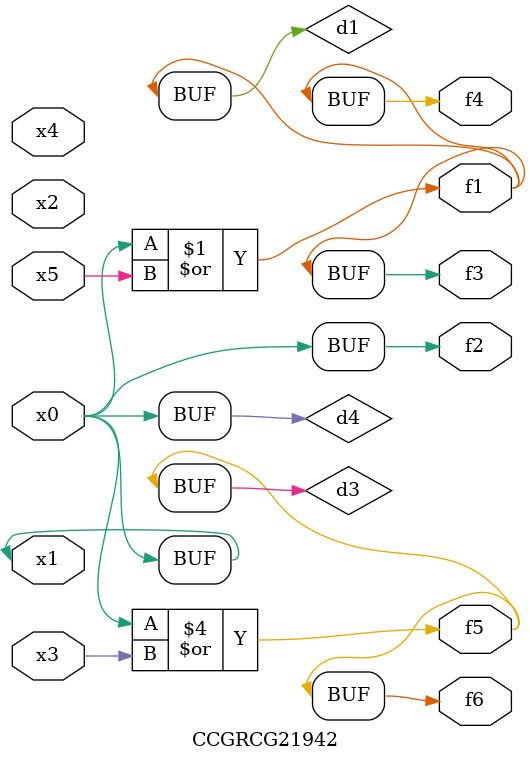
<source format=v>
module CCGRCG21942(
	input x0, x1, x2, x3, x4, x5,
	output f1, f2, f3, f4, f5, f6
);

	wire d1, d2, d3, d4;

	or (d1, x0, x5);
	xnor (d2, x1, x4);
	or (d3, x0, x3);
	buf (d4, x0, x1);
	assign f1 = d1;
	assign f2 = d4;
	assign f3 = d1;
	assign f4 = d1;
	assign f5 = d3;
	assign f6 = d3;
endmodule

</source>
